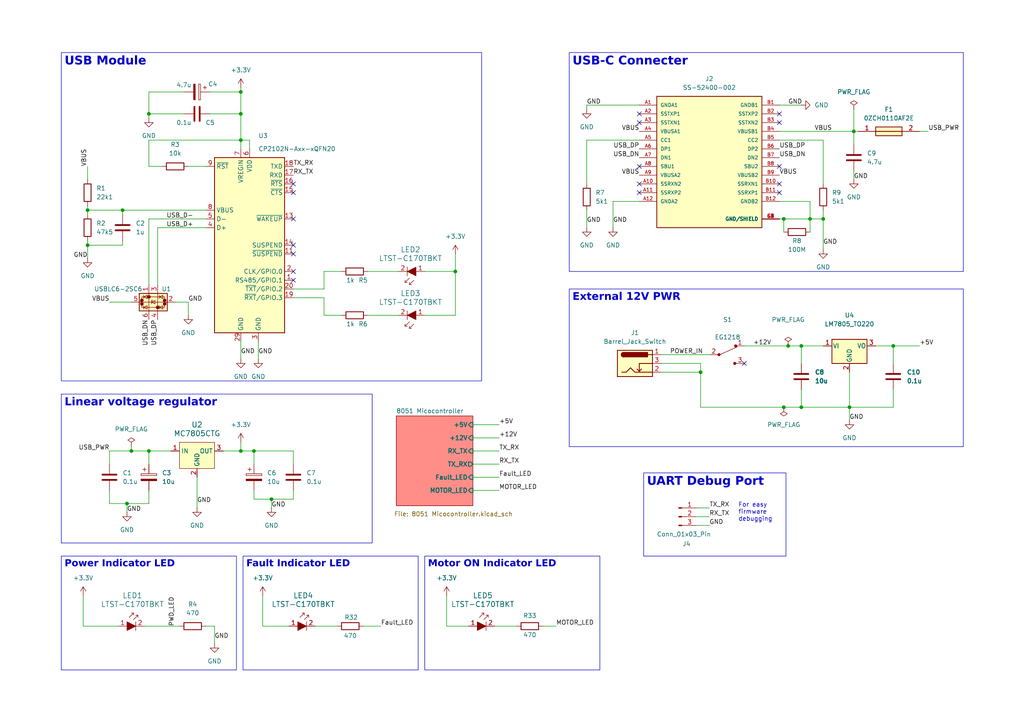
<source format=kicad_sch>
(kicad_sch (version 20250114) (generator "eeschema") (generator_version "9.0")
  (paper "A4")
  (title_block (title "Motor Health Monitoring System") (date "2026-01-7") (company "YUKESH S 2024104010"))
  (lib_symbols
    (symbol "0ZCH0110AF2E:0ZCH0110AF2E" (pin_names (hide yes))
      (property "Reference" "F" (at 13.97 6.35 0))
      (property "Value" "0ZCH0110AF2E" (at 13.97 3.81 0))
      (symbol "0ZCH0110AF2E_1_1"
        (rectangle (start 5.08 1.27) (end 12.7 -1.27) (stroke (width 0.254)) (fill (type background)))
        (polyline (pts (xy 5.08 0) (xy 12.7 0)) (stroke (width 0.254)))
        (pin passive line (at 0 0 0) (length 5.08) (name "1") (number "1"))
        (pin passive line (at 17.78 0 180) (length 5.08) (name "2") (number "2"))
      )
    )
    (symbol "Connector:Barrel_Jack_Switch" (pin_names (hide yes))
      (property "Reference" "J" (at 0 5.334 0))
      (property "Value" "Barrel_Jack_Switch" (at 0 -5.08 0))
      (symbol "Barrel_Jack_Switch_0_1"
        (rectangle (start -5.08 3.81) (end 5.08 -3.81) (stroke (width 0.254)) (fill (type background)))
        (polyline (pts (xy -3.81 -2.54) (xy -2.54 -2.54) (xy -1.27 -1.27) (xy 0 -2.54) (xy 2.54 -2.54) (xy 5.08 -2.54)) (stroke (width 0.254)))
        (arc (start -3.302 1.905) (mid -3.9343 2.54) (end -3.302 3.175) (stroke (width 0.254)))
        (arc (start -3.302 1.905) (mid -3.9343 2.54) (end -3.302 3.175) (stroke (width 0.254)) (fill (type outline)))
        (polyline (pts (xy 1.27 -2.286) (xy 1.905 -1.651)) (stroke (width 0.254)))
        (rectangle (start 3.683 3.175) (end -3.302 1.905) (stroke (width 0.254)) (fill (type outline)))
        (polyline (pts (xy 5.08 2.54) (xy 3.81 2.54)) (stroke (width 0.254)))
        (polyline (pts (xy 5.08 0) (xy 1.27 0) (xy 1.27 -2.286) (xy 0.635 -1.651)) (stroke (width 0.254)))
      )
      (symbol "Barrel_Jack_Switch_1_1"
        (pin passive line (at 7.62 2.54 180) (length 2.54) (name "~") (number "1"))
        (pin passive line (at 7.62 0 180) (length 2.54) (name "~") (number "3"))
        (pin passive line (at 7.62 -2.54 180) (length 2.54) (name "~") (number "2"))
      )
    )
    (symbol "Connector:Conn_01x03_Pin" (pin_names (offset 1.016) (hide yes))
      (property "Reference" "J" (at 0 5.08 0))
      (property "Value" "Conn_01x03_Pin" (at 0 -5.08 0))
      (symbol "Conn_01x03_Pin_1_1"
        (rectangle (start 0.8636 2.667) (end 0 2.413) (stroke (width 0.1524)) (fill (type outline)))
        (rectangle (start 0.8636 0.127) (end 0 -0.127) (stroke (width 0.1524)) (fill (type outline)))
        (rectangle (start 0.8636 -2.413) (end 0 -2.667) (stroke (width 0.1524)) (fill (type outline)))
        (polyline (pts (xy 1.27 2.54) (xy 0.8636 2.54)) (stroke (width 0.1524)))
        (polyline (pts (xy 1.27 0) (xy 0.8636 0)) (stroke (width 0.1524)))
        (polyline (pts (xy 1.27 -2.54) (xy 0.8636 -2.54)) (stroke (width 0.1524)))
        (pin passive line (at 5.08 2.54 180) (length 3.81) (name "Pin_1") (number "1"))
        (pin passive line (at 5.08 0 180) (length 3.81) (name "Pin_2") (number "2"))
        (pin passive line (at 5.08 -2.54 180) (length 3.81) (name "Pin_3") (number "3"))
      )
    )
    (symbol "Device:C" (pin_numbers (hide yes)) (pin_names (offset 0.254))
      (property "Reference" "C" (at 0.635 2.54 0))
      (property "Value" "C" (at 0.635 -2.54 0))
      (symbol "C_0_1"
        (polyline (pts (xy -2.032 0.762) (xy 2.032 0.762)) (stroke (width 0.508)))
        (polyline (pts (xy -2.032 -0.762) (xy 2.032 -0.762)) (stroke (width 0.508)))
      )
      (symbol "C_1_1"
        (pin passive line (at 0 3.81 270) (length 2.794) (name "~") (number "1"))
        (pin passive line (at 0 -3.81 90) (length 2.794) (name "~") (number "2"))
      )
    )
    (symbol "Device:C_Polarized" (pin_numbers (hide yes)) (pin_names (offset 0.254))
      (property "Reference" "C" (at 0.635 2.54 0))
      (property "Value" "C_Polarized" (at 0.635 -2.54 0))
      (symbol "C_Polarized_0_1"
        (rectangle (start -2.286 0.508) (end 2.286 1.016))
        (polyline (pts (xy -1.778 2.286) (xy -0.762 2.286)))
        (polyline (pts (xy -1.27 2.794) (xy -1.27 1.778)))
        (rectangle (start 2.286 -0.508) (end -2.286 -1.016) (fill (type outline)))
      )
      (symbol "C_Polarized_1_1"
        (pin passive line (at 0 3.81 270) (length 2.794) (name "~") (number "1"))
        (pin passive line (at 0 -3.81 90) (length 2.794) (name "~") (number "2"))
      )
    )
    (symbol "Device:R" (pin_numbers (hide yes)) (pin_names (offset 0))
      (property "Reference" "R" (at 2.032 0 90))
      (property "Value" "R" (at 0 0 90))
      (symbol "R_0_1"
        (rectangle (start -1.016 -2.54) (end 1.016 2.54) (stroke (width 0.254)))
      )
      (symbol "R_1_1"
        (pin passive line (at 0 3.81 270) (length 1.27) (name "~") (number "1"))
        (pin passive line (at 0 -3.81 90) (length 1.27) (name "~") (number "2"))
      )
    )
    (symbol "Interface_USB:CP2102N-Axx-xQFN20"
      (property "Reference" "U3" (at 2.54 31.75 0))
      (property "Value" "CP2102N-Axx-xQFN20" (at 2.54 27.94 0))
      (symbol "CP2102N-Axx-xQFN20_0_1"
        (rectangle (start -10.16 25.4) (end 10.16 -25.4) (stroke (width 0.254)) (fill (type background)))
      )
      (symbol "CP2102N-Axx-xQFN20_1_1"
        (pin input line (at -12.7 22.86 0) (length 2.54) (name "~{RST}") (number "9"))
        (pin input line (at -12.7 10.16 0) (length 2.54) (name "VBUS") (number "8"))
        (pin bidirectional line (at -12.7 7.62 0) (length 2.54) (name "D-") (number "5"))
        (pin bidirectional line (at -12.7 5.08 0) (length 2.54) (name "D+") (number "4"))
        (pin no_connect line (at -10.16 -22.86 0) (length 2.54) (hide yes) (name "NC") (number "10"))
        (pin power_in line (at -2.54 27.94 270) (length 2.54) (name "VREGIN") (number "7"))
        (pin passive line (at -2.54 -27.94 90) (length 2.54) (hide yes) (name "GND") (number "12"))
        (pin power_in line (at -2.54 -27.94 90) (length 2.54) (name "GND") (number "29"))
        (pin power_in line (at 0 27.94 270) (length 2.54) (name "VDD") (number "6"))
        (pin passive line (at 2.54 -27.94 90) (length 2.54) (hide yes) (name "GND") (number "21"))
        (pin power_in line (at 2.54 -27.94 90) (length 2.54) (name "GND") (number "3"))
        (pin output line (at 12.7 22.86 180) (length 2.54) (name "TXD") (number "18"))
        (pin input line (at 12.7 20.32 180) (length 2.54) (name "RXD") (number "17"))
        (pin output line (at 12.7 17.78 180) (length 2.54) (name "~{RTS}") (number "16"))
        (pin input line (at 12.7 15.24 180) (length 2.54) (name "~{CTS}") (number "15"))
        (pin input line (at 12.7 7.62 180) (length 2.54) (name "~{WAKEUP}") (number "13"))
        (pin output line (at 12.7 0 180) (length 2.54) (name "SUSPEND") (number "14"))
        (pin output line (at 12.7 -2.54 180) (length 2.54) (name "~{SUSPEND}") (number "11"))
        (pin bidirectional line (at 12.7 -7.62 180) (length 2.54) (name "CLK/GPIO.0") (number "2"))
        (pin bidirectional line (at 12.7 -10.16 180) (length 2.54) (name "RS485/GPIO.1") (number "1"))
        (pin bidirectional line (at 12.7 -12.7 180) (length 2.54) (name "~{TXT}/GPIO.2") (number "20"))
        (pin bidirectional line (at 12.7 -15.24 180) (length 2.54) (name "~{RXT}/GPIO.3") (number "19"))
      )
    )
    (symbol "Power_Protection:USBLC6-2SC6" (pin_names (hide yes))
      (property "Reference" "U" (at 0.635 5.715 0))
      (property "Value" "USBLC6-2SC6" (at 0.635 3.81 0))
      (symbol "USBLC6-2SC6_0_0"
        (circle (center -1.524 0) (radius 0.0001) (stroke (width 0.508)))
        (circle (center -0.508 2.032) (radius 0.0001) (stroke (width 0.508)))
        (circle (center -0.508 -4.572) (radius 0.0001) (stroke (width 0.508)))
        (circle (center 0.508 2.032) (radius 0.0001) (stroke (width 0.508)))
        (circle (center 0.508 -4.572) (radius 0.0001) (stroke (width 0.508)))
        (circle (center 1.524 -2.54) (radius 0.0001) (stroke (width 0.508)))
      )
      (symbol "USBLC6-2SC6_0_1"
        (polyline (pts (xy -2.54 0) (xy 2.54 0)))
        (polyline (pts (xy -2.54 -2.54) (xy 2.54 -2.54)))
        (polyline (pts (xy -2.032 0.508) (xy -1.016 0.508) (xy -1.524 1.524) (xy -2.032 0.508)))
        (polyline (pts (xy -2.032 -3.048) (xy -1.016 -3.048)))
        (polyline (pts (xy -1.016 1.524) (xy -2.032 1.524)))
        (polyline (pts (xy -1.016 -4.064) (xy -2.032 -4.064) (xy -1.524 -3.048) (xy -1.016 -4.064)))
        (polyline (pts (xy -0.508 -1.143) (xy -0.508 -0.762) (xy 0.508 -0.762)))
        (polyline (pts (xy 0 2.54) (xy -0.508 2.032) (xy 0.508 2.032) (xy 0 1.524) (xy 0 -4.064) (xy -0.508 -4.572) (xy 0.508 -4.572) (xy 0 -5.08)))
        (polyline (pts (xy 0.508 -1.778) (xy -0.508 -1.778) (xy 0 -0.762) (xy 0.508 -1.778)))
        (polyline (pts (xy 1.016 1.524) (xy 2.032 1.524)))
        (polyline (pts (xy 1.016 -3.048) (xy 2.032 -3.048)))
        (polyline (pts (xy 2.032 0.508) (xy 1.016 0.508) (xy 1.524 1.524) (xy 2.032 0.508)))
        (polyline (pts (xy 2.032 -4.064) (xy 1.016 -4.064) (xy 1.524 -3.048) (xy 2.032 -4.064)))
      )
      (symbol "USBLC6-2SC6_1_1"
        (rectangle (start -2.54 2.794) (end 2.54 -5.334) (stroke (width 0.254)) (fill (type background)))
        (polyline (pts (xy -0.508 2.032) (xy -1.524 2.032) (xy -1.524 -4.572) (xy -0.508 -4.572)))
        (polyline (pts (xy 0.508 -4.572) (xy 1.524 -4.572) (xy 1.524 2.032) (xy 0.508 2.032)))
        (pin passive line (at -5.08 0 0) (length 2.54) (name "I/O1") (number "1"))
        (pin passive line (at -5.08 -2.54 0) (length 2.54) (name "I/O2") (number "3"))
        (pin passive line (at 0 5.08 270) (length 2.54) (name "VBUS") (number "5"))
        (pin passive line (at 0 -7.62 90) (length 2.54) (name "GND") (number "2"))
        (pin passive line (at 5.08 0 180) (length 2.54) (name "I/O1") (number "6"))
        (pin passive line (at 5.08 -2.54 180) (length 2.54) (name "I/O2") (number "4"))
      )
    )
    (symbol "Regulator_Linear:LM7805_TO220" (pin_names (offset 0.254))
      (property "Reference" "U" (at -3.81 3.175 0))
      (property "Value" "LM7805_TO220" (at 0 3.175 0))
      (symbol "LM7805_TO220_0_1"
        (rectangle (start -5.08 1.905) (end 5.08 -5.08) (stroke (width 0.254)) (fill (type background)))
      )
      (symbol "LM7805_TO220_1_1"
        (pin power_in line (at -7.62 0 0) (length 2.54) (name "VI") (number "1"))
        (pin power_in line (at 0 -7.62 90) (length 2.54) (name "GND") (number "2"))
        (pin power_out line (at 7.62 0 180) (length 2.54) (name "VO") (number "3"))
      )
    )
    (symbol "SS-52400-002:SS-52400-002" (pin_names (offset 1.016))
      (property "Reference" "J" (at -15.24 19.05 0))
      (property "Value" "SS-52400-002" (at -15.24 -22.86 0))
      (symbol "SS-52400-002_0_0"
        (rectangle (start -15.24 -20.32) (end 15.24 17.78) (stroke (width 0.254)) (fill (type background)))
        (pin power_in line (at -20.32 15.24 0) (length 5.08) (name "GNDA1") (number "A1"))
        (pin bidirectional line (at -20.32 12.7 0) (length 5.08) (name "SSTXP1") (number "A2"))
        (pin bidirectional line (at -20.32 10.16 0) (length 5.08) (name "SSTXN1") (number "A3"))
        (pin power_in line (at -20.32 7.62 0) (length 5.08) (name "VBUSA1") (number "A4"))
        (pin bidirectional line (at -20.32 5.08 0) (length 5.08) (name "CC1") (number "A5"))
        (pin bidirectional line (at -20.32 2.54 0) (length 5.08) (name "DP1") (number "A6"))
        (pin bidirectional line (at -20.32 0 0) (length 5.08) (name "DN1") (number "A7"))
        (pin bidirectional line (at -20.32 -2.54 0) (length 5.08) (name "SBU1") (number "A8"))
        (pin power_in line (at -20.32 -5.08 0) (length 5.08) (name "VBUSA2") (number "A9"))
        (pin bidirectional line (at -20.32 -7.62 0) (length 5.08) (name "SSRXN2") (number "A10"))
        (pin bidirectional line (at -20.32 -10.16 0) (length 5.08) (name "SSRXP2") (number "A11"))
        (pin power_in line (at -20.32 -12.7 0) (length 5.08) (name "GNDA2") (number "A12"))
        (pin power_in line (at 20.32 15.24 180) (length 5.08) (name "GNDB1") (number "B1"))
        (pin bidirectional line (at 20.32 12.7 180) (length 5.08) (name "SSTXP2") (number "B2"))
        (pin bidirectional line (at 20.32 10.16 180) (length 5.08) (name "SSTXN2") (number "B3"))
        (pin power_in line (at 20.32 7.62 180) (length 5.08) (name "VBUSB1") (number "B4"))
        (pin bidirectional line (at 20.32 5.08 180) (length 5.08) (name "CC2") (number "B5"))
        (pin bidirectional line (at 20.32 2.54 180) (length 5.08) (name "DP2") (number "B6"))
        (pin bidirectional line (at 20.32 0 180) (length 5.08) (name "DN2") (number "B7"))
        (pin bidirectional line (at 20.32 -2.54 180) (length 5.08) (name "SBU2") (number "B8"))
        (pin power_in line (at 20.32 -5.08 180) (length 5.08) (name "VBUSB2") (number "B9"))
        (pin bidirectional line (at 20.32 -7.62 180) (length 5.08) (name "SSRXN1") (number "B10"))
        (pin bidirectional line (at 20.32 -10.16 180) (length 5.08) (name "SSRXP1") (number "B11"))
        (pin power_in line (at 20.32 -12.7 180) (length 5.08) (name "GNDB2") (number "B12"))
        (pin power_in line (at 20.32 -17.78 180) (length 5.08) (name "GND/SHIELD") (number "G1"))
        (pin power_in line (at 20.32 -17.78 180) (length 5.08) (name "GND/SHIELD") (number "G2"))
        (pin power_in line (at 20.32 -17.78 180) (length 5.08) (name "GND/SHIELD") (number "G3"))
        (pin power_in line (at 20.32 -17.78 180) (length 5.08) (name "GND/SHIELD") (number "G4"))
        (pin power_in line (at 20.32 -17.78 180) (length 5.08) (name "GND/SHIELD") (number "S1"))
        (pin power_in line (at 20.32 -17.78 180) (length 5.08) (name "GND/SHIELD") (number "S2"))
        (pin power_in line (at 20.32 -17.78 180) (length 5.08) (name "GND/SHIELD") (number "S3"))
        (pin power_in line (at 20.32 -17.78 180) (length 5.08) (name "GND/SHIELD") (number "S4"))
      )
    )
    (symbol "dk_LED-Indication-Discrete:LTST-C170TBKT" (pin_names (offset 0))
      (property "Reference" "D" (at -3.81 2.54 0))
      (property "Value" "LTST-C170TBKT" (at 0 -3.81 0))
      (symbol "LTST-C170TBKT_0_1"
        (polyline (pts (xy -2.54 1.27) (xy -2.54 -1.27) (xy 0 0) (xy -2.54 1.27)) (fill (type outline)))
        (polyline (pts (xy -1.27 3.81) (xy -0.635 3.81) (xy -0.635 3.175)))
        (polyline (pts (xy -0.635 3.81) (xy -1.905 2.54)))
        (polyline (pts (xy 0 3.175) (xy 0.635 3.175) (xy 0.635 2.54)))
        (polyline (pts (xy 0 1.27) (xy 0 -1.27)))
        (polyline (pts (xy 0.635 3.175) (xy -0.635 1.905)))
      )
      (symbol "LTST-C170TBKT_1_1"
        (pin passive line (at -5.08 0 0) (length 2.54) (name "~") (number "1"))
        (pin passive line (at 2.54 0 180) (length 2.54) (name "~") (number "2"))
      )
    )
    (symbol "dk_PMIC-Voltage-Regulators-Linear:MC7805CTG"
      (property "Reference" "U" (at 0 3.81 0))
      (property "Value" "MC7805CTG" (at 0 6.35 0))
      (symbol "MC7805CTG_0_1"
        (rectangle (start -5.08 2.54) (end 5.08 -5.08) (fill (type background)))
      )
      (symbol "MC7805CTG_1_1"
        (pin power_in line (at -7.62 0 0) (length 2.54) (name "IN") (number "1"))
        (pin power_in line (at 0 -7.62 90) (length 2.54) (name "GND") (number "2"))
        (pin power_out line (at 7.62 0 180) (length 2.54) (name "OUT") (number "3"))
      )
    )
    (symbol "dk_Slide-Switches:EG1218" (pin_names (offset 0))
      (property "Reference" "S" (at -3.81 2.286 0))
      (property "Value" "EG1218" (at 0 -5.334 0))
      (symbol "EG1218_0_1"
        (circle (center -2.286 0) (radius 0.3556) (fill (type outline)))
        (polyline (pts (xy -2.032 0) (xy 3.048 2.286)))
        (circle (center 2.286 -2.54) (radius 0.3556) (fill (type outline)))
        (circle (center 2.54 2.54) (radius 0.3556) (fill (type outline)))
      )
      (symbol "EG1218_1_1"
        (pin passive line (at -5.08 0 0) (length 2.54) (name "~") (number "2"))
        (pin passive line (at 5.08 2.54 180) (length 2.54) (name "~") (number "1"))
        (pin passive line (at 5.08 -2.54 180) (length 2.54) (name "~") (number "3"))
      )
    )
    (symbol "power:+3.3V" (power) (pin_numbers (hide yes)) (pin_names (offset 0) (hide yes))
      (property "Value" "+3.3V" (at 0 3.556 0))
      (symbol "+3.3V_0_1"
        (polyline (pts (xy -0.762 1.27) (xy 0 2.54)))
        (polyline (pts (xy 0 2.54) (xy 0.762 1.27)))
        (polyline (pts (xy 0 0) (xy 0 2.54)))
      )
      (symbol "+3.3V_1_1"
        (pin power_in line (at 0 0 90) (length 0) (name "~") (number "1"))
      )
    )
    (symbol "power:GND" (power) (pin_numbers (hide yes)) (pin_names (offset 0) (hide yes))
      (property "Value" "GND" (at 0 -3.81 0))
      (symbol "GND_0_1"
        (polyline (pts (xy 0 0) (xy 0 -1.27) (xy 1.27 -1.27) (xy 0 -2.54) (xy -1.27 -1.27) (xy 0 -1.27)))
      )
      (symbol "GND_1_1"
        (pin power_in line (at 0 0 270) (length 0) (name "~") (number "1"))
      )
    )
    (symbol "power:PWR_FLAG" (power) (pin_numbers (hide yes)) (pin_names (offset 0) (hide yes))
      (property "Value" "PWR_FLAG" (at 0 3.81 0))
      (symbol "PWR_FLAG_0_0"
        (pin power_out line (at 0 0 90) (length 0) (name "~") (number "1"))
      )
      (symbol "PWR_FLAG_0_1"
        (polyline (pts (xy 0 0) (xy 0 1.27) (xy -1.016 1.905) (xy 0 2.54) (xy 1.016 1.905) (xy 0 1.27)))
      )
    )
  )
  (text "For easy\nfirmware\ndebugging" (at 214.122 148.59 0) (effects (font (size 1.27 1.27)) (justify left)))
  (text_box "Power Indicator LED" (at 17.78 161.29 0) (size 50.8 33.02) (margins 0.9525 0.9525 0.9525 0.9525) (effects (font (size 2 2) (bold yes)) (justify left top)))
  (text_box "Motor ON Indicator LED" (at 123.19 161.29 0) (size 50.8 33.02) (margins 0.9525 0.9525 0.9525 0.9525) (effects (font (size 2 2) (bold yes)) (justify left top)))
  (text_box "Fault Indicator LED" (at 70.485 161.29 0) (size 50.8 33.02) (margins 0.9525 0.9525 0.9525 0.9525) (effects (font (size 2 2) (bold yes)) (justify left top)))
  (text_box "USB Module" (at 17.78 15.24 0) (size 121.92 95.25) (margins 0.9525 0.9525 0.9525 0.9525) (effects (font (size 2.5 2.5) (bold yes)) (justify left top)))
  (text_box "USB-C Connecter" (at 165.1 15.24 0) (size 114.3 63.5) (margins 0.9525 0.9525 0.9525 0.9525) (effects (font (size 2.5 2.5) (bold yes)) (justify left top)))
  (text_box "External 12V PWR" (at 165.1 83.82 0) (size 114.3 45.72) (margins 0.9525 0.9525 0.9525 0.9525) (effects (font (size 2.2 2.2) (bold yes)) (justify left top)))
  (text_box "UART Debug Port" (at 186.69 137.16 0) (size 41.275 24.13) (margins 0.9525 0.9525 0.9525 0.9525) (effects (font (size 2.5 2.5) (bold yes)) (justify left top)))
  (text_box "Linear voltage regulator" (at 17.78 114.3 0) (size 90.17 43.18) (margins 0.9525 0.9525 0.9525 0.9525) (effects (font (size 2.3 2.3) (thickness 0.254) (bold yes)) (justify left top)))
  (junction (at 238.76 63.5))
  (junction (at 232.41 118.11))
  (junction (at 25.4 60.96))
  (junction (at 36.83 146.05))
  (junction (at 43.18 130.81))
  (junction (at 247.65 38.1))
  (junction (at 78.74 144.78))
  (junction (at 259.08 100.33))
  (junction (at 203.2 107.95))
  (junction (at 69.85 33.02))
  (junction (at 227.33 118.11))
  (junction (at 246.38 118.11))
  (junction (at 43.18 33.02))
  (junction (at 132.08 78.74))
  (junction (at 35.56 60.96))
  (junction (at 38.1 130.81))
  (junction (at 69.85 130.81))
  (junction (at 232.41 100.33))
  (junction (at 73.66 130.81))
  (junction (at 234.95 63.5))
  (junction (at 69.85 40.64))
  (junction (at 69.85 26.67))
  (junction (at 25.4 71.12))
  (junction (at 228.6 100.33))
  (junction (at 227.33 63.5))
  (no_connect (at 85.09 53.34))
  (no_connect (at 185.42 33.02))
  (no_connect (at 226.06 33.02))
  (no_connect (at 185.42 55.88))
  (no_connect (at 226.06 48.26))
  (no_connect (at 226.06 55.88))
  (no_connect (at 215.9 105.41))
  (no_connect (at 85.09 78.74))
  (no_connect (at 85.09 63.5))
  (no_connect (at 85.09 73.66))
  (no_connect (at 185.42 35.56))
  (no_connect (at 226.06 53.34))
  (no_connect (at 185.42 48.26))
  (no_connect (at 85.09 55.88))
  (no_connect (at 185.42 53.34))
  (no_connect (at 85.09 81.28))
  (no_connect (at 85.09 71.12))
  (no_connect (at 226.06 35.56))
  (wire (pts (xy 38.1 130.81) (xy 43.18 130.81)))
  (wire (pts (xy 170.18 30.48) (xy 170.18 31.75)))
  (wire (pts (xy 43.18 130.81) (xy 49.53 130.81)))
  (wire (pts (xy 269.24 38.1) (xy 266.7 38.1)))
  (wire (pts (xy 259.08 100.33) (xy 259.08 105.41)))
  (wire (pts (xy 78.74 144.78) (xy 85.09 144.78)))
  (wire (pts (xy 157.48 181.61) (xy 161.29 181.61)))
  (wire (pts (xy 137.16 123.19) (xy 144.78 123.19)))
  (wire (pts (xy 129.54 181.61) (xy 135.89 181.61)))
  (wire (pts (xy 25.4 59.69) (xy 25.4 60.96)))
  (wire (pts (xy 93.98 91.44) (xy 93.98 86.36)))
  (wire (pts (xy 93.98 86.36) (xy 85.09 86.36)))
  (wire (pts (xy 227.33 118.11) (xy 232.41 118.11)))
  (wire (pts (xy 226.06 58.42) (xy 234.95 58.42)))
  (wire (pts (xy 43.18 130.81) (xy 43.18 134.62)))
  (wire (pts (xy 238.76 40.64) (xy 238.76 53.34)))
  (wire (pts (xy 185.42 30.48) (xy 170.18 30.48)))
  (wire (pts (xy 25.4 71.12) (xy 35.56 71.12)))
  (wire (pts (xy 137.16 142.24) (xy 144.78 142.24)))
  (wire (pts (xy 201.93 149.86) (xy 205.74 149.86)))
  (wire (pts (xy 25.4 69.85) (xy 25.4 71.12)))
  (wire (pts (xy 41.91 181.61) (xy 52.07 181.61)))
  (wire (pts (xy 73.66 130.81) (xy 85.09 130.81)))
  (wire (pts (xy 170.18 40.64) (xy 170.18 53.34)))
  (wire (pts (xy 43.18 146.05) (xy 43.18 142.24)))
  (wire (pts (xy 247.65 49.53) (xy 247.65 52.07)))
  (wire (pts (xy 170.18 60.96) (xy 170.18 66.04)))
  (wire (pts (xy 69.85 128.27) (xy 69.85 130.81)))
  (wire (pts (xy 69.85 40.64) (xy 69.85 43.18)))
  (wire (pts (xy 72.39 43.18) (xy 72.39 40.64)))
  (wire (pts (xy 247.65 31.75) (xy 247.65 38.1)))
  (wire (pts (xy 25.4 60.96) (xy 25.4 62.23)))
  (wire (pts (xy 123.19 91.44) (xy 132.08 91.44)))
  (wire (pts (xy 36.83 146.05) (xy 43.18 146.05)))
  (wire (pts (xy 35.56 69.85) (xy 35.56 71.12)))
  (wire (pts (xy 143.51 181.61) (xy 149.86 181.61)))
  (wire (pts (xy 99.06 91.44) (xy 93.98 91.44)))
  (wire (pts (xy 227.33 63.5) (xy 234.95 63.5)))
  (wire (pts (xy 106.68 78.74) (xy 115.57 78.74)))
  (wire (pts (xy 36.83 146.05) (xy 36.83 148.59)))
  (wire (pts (xy 60.96 33.02) (xy 69.85 33.02)))
  (wire (pts (xy 228.6 100.33) (xy 232.41 100.33)))
  (wire (pts (xy 247.65 38.1) (xy 247.65 41.91)))
  (wire (pts (xy 123.19 78.74) (xy 132.08 78.74)))
  (wire (pts (xy 106.68 91.44) (xy 115.57 91.44)))
  (wire (pts (xy 50.8 87.63) (xy 54.61 87.63)))
  (wire (pts (xy 24.13 181.61) (xy 34.29 181.61)))
  (wire (pts (xy 85.09 130.81) (xy 85.09 134.62)))
  (wire (pts (xy 60.96 26.67) (xy 69.85 26.67)))
  (wire (pts (xy 62.23 181.61) (xy 62.23 186.69)))
  (wire (pts (xy 43.18 82.55) (xy 43.18 63.5)))
  (wire (pts (xy 234.95 63.5) (xy 238.76 63.5)))
  (wire (pts (xy 59.69 66.04) (xy 45.72 66.04)))
  (wire (pts (xy 72.39 40.64) (xy 69.85 40.64)))
  (wire (pts (xy 259.08 113.03) (xy 259.08 118.11)))
  (wire (pts (xy 69.85 33.02) (xy 69.85 40.64)))
  (wire (pts (xy 59.69 181.61) (xy 62.23 181.61)))
  (wire (pts (xy 85.09 144.78) (xy 85.09 142.24)))
  (wire (pts (xy 177.8 58.42) (xy 177.8 66.04)))
  (wire (pts (xy 45.72 66.04) (xy 45.72 82.55)))
  (wire (pts (xy 191.77 105.41) (xy 203.2 105.41)))
  (wire (pts (xy 31.75 146.05) (xy 36.83 146.05)))
  (wire (pts (xy 54.61 48.26) (xy 59.69 48.26)))
  (wire (pts (xy 43.18 26.67) (xy 43.18 33.02)))
  (wire (pts (xy 232.41 100.33) (xy 238.76 100.33)))
  (wire (pts (xy 76.2 181.61) (xy 83.82 181.61)))
  (wire (pts (xy 43.18 33.02) (xy 43.18 34.29)))
  (wire (pts (xy 254 100.33) (xy 259.08 100.33)))
  (wire (pts (xy 25.4 71.12) (xy 25.4 74.93)))
  (wire (pts (xy 93.98 78.74) (xy 99.06 78.74)))
  (wire (pts (xy 137.16 130.81) (xy 144.78 130.81)))
  (wire (pts (xy 24.13 172.72) (xy 24.13 181.61)))
  (wire (pts (xy 201.93 152.4) (xy 205.74 152.4)))
  (wire (pts (xy 25.4 60.96) (xy 35.56 60.96)))
  (wire (pts (xy 35.56 60.96) (xy 59.69 60.96)))
  (wire (pts (xy 35.56 60.96) (xy 35.56 62.23)))
  (wire (pts (xy 31.75 142.24) (xy 31.75 146.05)))
  (wire (pts (xy 203.2 107.95) (xy 203.2 118.11)))
  (wire (pts (xy 69.85 130.81) (xy 73.66 130.81)))
  (wire (pts (xy 57.15 138.43) (xy 57.15 147.32)))
  (wire (pts (xy 185.42 58.42) (xy 177.8 58.42)))
  (wire (pts (xy 64.77 130.81) (xy 69.85 130.81)))
  (wire (pts (xy 129.54 172.72) (xy 129.54 181.61)))
  (wire (pts (xy 232.41 100.33) (xy 232.41 105.41)))
  (wire (pts (xy 132.08 78.74) (xy 132.08 91.44)))
  (wire (pts (xy 74.93 99.06) (xy 74.93 104.14)))
  (wire (pts (xy 246.38 118.11) (xy 259.08 118.11)))
  (wire (pts (xy 73.66 144.78) (xy 78.74 144.78)))
  (wire (pts (xy 238.76 60.96) (xy 238.76 63.5)))
  (wire (pts (xy 91.44 181.61) (xy 97.79 181.61)))
  (wire (pts (xy 226.06 38.1) (xy 247.65 38.1)))
  (wire (pts (xy 232.41 113.03) (xy 232.41 118.11)))
  (wire (pts (xy 191.77 107.95) (xy 203.2 107.95)))
  (wire (pts (xy 215.9 100.33) (xy 228.6 100.33)))
  (wire (pts (xy 69.85 26.67) (xy 69.85 33.02)))
  (wire (pts (xy 246.38 107.95) (xy 246.38 118.11)))
  (wire (pts (xy 226.06 40.64) (xy 238.76 40.64)))
  (wire (pts (xy 234.95 63.5) (xy 234.95 67.31)))
  (wire (pts (xy 78.74 144.78) (xy 78.74 147.32)))
  (wire (pts (xy 226.06 63.5) (xy 227.33 63.5)))
  (wire (pts (xy 232.41 118.11) (xy 246.38 118.11)))
  (wire (pts (xy 93.98 78.74) (xy 93.98 83.82)))
  (wire (pts (xy 227.33 63.5) (xy 227.33 67.31)))
  (wire (pts (xy 93.98 83.82) (xy 85.09 83.82)))
  (wire (pts (xy 69.85 25.4) (xy 69.85 26.67)))
  (wire (pts (xy 185.42 40.64) (xy 170.18 40.64)))
  (wire (pts (xy 137.16 138.43) (xy 144.78 138.43)))
  (wire (pts (xy 201.93 147.32) (xy 205.74 147.32)))
  (wire (pts (xy 203.2 118.11) (xy 227.33 118.11)))
  (wire (pts (xy 73.66 130.81) (xy 73.66 134.62)))
  (wire (pts (xy 38.1 87.63) (xy 31.75 87.63)))
  (wire (pts (xy 43.18 63.5) (xy 59.69 63.5)))
  (wire (pts (xy 203.2 105.41) (xy 203.2 107.95)))
  (wire (pts (xy 69.85 99.06) (xy 69.85 104.14)))
  (wire (pts (xy 54.61 87.63) (xy 54.61 91.44)))
  (wire (pts (xy 25.4 48.26) (xy 25.4 52.07)))
  (wire (pts (xy 43.18 40.64) (xy 69.85 40.64)))
  (wire (pts (xy 137.16 127) (xy 144.78 127)))
  (wire (pts (xy 43.18 48.26) (xy 43.18 40.64)))
  (wire (pts (xy 234.95 58.42) (xy 234.95 63.5)))
  (wire (pts (xy 53.34 33.02) (xy 43.18 33.02)))
  (wire (pts (xy 46.99 48.26) (xy 43.18 48.26)))
  (wire (pts (xy 232.41 30.48) (xy 226.06 30.48)))
  (wire (pts (xy 73.66 142.24) (xy 73.66 144.78)))
  (wire (pts (xy 53.34 26.67) (xy 43.18 26.67)))
  (wire (pts (xy 76.2 172.72) (xy 76.2 181.61)))
  (wire (pts (xy 132.08 73.66) (xy 132.08 78.74)))
  (wire (pts (xy 259.08 100.33) (xy 266.7 100.33)))
  (wire (pts (xy 246.38 118.11) (xy 246.38 121.92)))
  (wire (pts (xy 191.77 102.87) (xy 205.74 102.87)))
  (wire (pts (xy 31.75 134.62) (xy 31.75 130.81)))
  (wire (pts (xy 31.75 130.81) (xy 38.1 130.81)))
  (wire (pts (xy 238.76 63.5) (xy 238.76 72.39)))
  (wire (pts (xy 105.41 181.61) (xy 110.49 181.61)))
  (wire (pts (xy 137.16 134.62) (xy 144.78 134.62)))
  (wire (pts (xy 247.65 38.1) (xy 248.92 38.1)))
  (wire (pts (xy 38.1 129.54) (xy 38.1 130.81)))
  (label "GND" (at 246.38 121.92 0))
  (label "MOTOR_LED" (at 144.78 142.24 0))
  (label "MOTOR_LED" (at 161.29 181.61 0))
  (label "VBUS" (at 185.42 50.8 180))
  (label "PWD_LED" (at 50.8 181.61 90))
  (label "RX_TX" (at 85.09 50.8 0))
  (label "USB_PWR" (at 31.75 130.81 180))
  (label "GND" (at 62.23 185.42 0))
  (label "GND" (at 177.8 64.77 0))
  (label "GND" (at 205.74 152.4 0))
  (label "VBUS" (at 226.06 50.8 0))
  (label "TX_RX" (at 205.74 147.32 0))
  (label "GND" (at 170.18 64.77 0))
  (label "GND" (at 78.74 147.32 0))
  (label "USB_DN" (at 185.42 45.72 180))
  (label "GND" (at 36.83 148.59 0))
  (label "GND" (at 54.61 87.63 0))
  (label "GND" (at 238.76 71.12 0))
  (label "GND" (at 228.6 30.48 0))
  (label "USB_DP" (at 226.06 43.18 0))
  (label "USB_PWR" (at 269.24 38.1 0))
  (label "USB_DN" (at 226.06 45.72 0))
  (label "Fault_LED" (at 110.49 181.61 0))
  (label "USB_DP" (at 45.72 92.71 270))
  (label "TX_RX" (at 85.09 48.26 0))
  (label "TX_RX" (at 144.78 130.81 0))
  (label "VBUS" (at 31.75 87.63 180))
  (label "GND" (at 25.4 74.93 180))
  (label "RX_TX" (at 144.78 134.62 0))
  (label "Fault_LED" (at 144.78 138.43 0))
  (label "USB_DP" (at 185.42 43.18 180))
  (label "GND" (at 247.65 52.07 0))
  (label "RX_TX" (at 205.74 149.86 0))
  (label "POWER_IN" (at 194.31 102.87 0))
  (label "GND" (at 57.15 146.05 0))
  (label "VBUS" (at 25.4 48.26 90))
  (label "USB_D-" (at 48.26 63.5 0))
  (label "VBUS" (at 185.42 38.1 180))
  (label "VBUS" (at 236.22 38.1 0))
  (label "USB_DN" (at 43.18 92.71 270))
  (label "+12V" (at 218.44 100.33 0))
  (label "GND" (at 170.18 30.48 0))
  (label "+5V" (at 266.7 100.33 0))
  (label "GND" (at 69.85 102.87 0))
  (label "+12V" (at 144.78 127 0))
  (label "GND" (at 74.93 102.87 0))
  (label "+5V" (at 144.78 123.19 0))
  (label "USB_D+" (at 48.26 66.04 0))
  (symbol (lib_id "Device:R") (at 102.87 78.74 90) (unit 1)
    (property "Reference" "R5" (at 106.68 81.28 90) (effects (justify left)))
    (property "Value" "1k" (at 102.87 81.28 90) (effects (justify left)))
    (property "Footprint" "Resistor_SMD:R_0805_2012Metric" (effects (hide yes)))
    (property "Description" "Resistor" (effects (hide yes)))
  )
  (symbol (lib_id "power:GND") (at 78.74 147.32 0) (unit 1)
    (property "Reference" "#PWR011" (effects (hide yes)))
    (property "Value" "GND" (at 78.74 152.4 0))
    (property "Description" "Power symbol creates a global label with name \"GND\" , ground" (effects (hide yes)))
  )
  (symbol (lib_id "power:PWR_FLAG") (at 247.65 31.75 0) (unit 1)
    (property "Reference" "#FLG03" (effects (hide yes)))
    (property "Value" "PWR_FLAG" (at 247.65 26.67 0))
    (property "Description" "Special symbol for telling ERC where power comes from" (effects (hide yes)))
  )
  (symbol (lib_id "Device:C") (at 85.09 138.43 0) (unit 1)
    (property "Reference" "C7" (at 88.9 137.1599 0) (effects (justify left)))
    (property "Value" "0.1u" (at 88.9 139.6999 0) (effects (justify left)))
    (property "Footprint" "Capacitor_SMD:C_0805_2012Metric" (effects (hide yes)))
    (property "Description" "Unpolarized capacitor" (effects (hide yes)))
  )
  (symbol (lib_id "dk_LED-Indication-Discrete:LTST-C170TBKT") (at 140.97 181.61 0) (unit 1)
    (property "Reference" "LED5" (at 140.0175 172.72 0) (effects (font (size 1.524 1.524))))
    (property "Value" "LTST-C170TBKT" (at 140.0175 175.26 0) (effects (font (size 1.524 1.524))))
    (property "Footprint" "LED_SMD:LED_0805_2012Metric_Pad1.15x1.40mm_HandSolder" (effects (hide yes)))
    (property "Datasheet" "http://optoelectronics.liteon.com/upload/download/DS-22-99-0226/LTST-C170TBKT.pdf" (effects (hide yes)))
    (property "Description" "LED BLUE CLEAR SMD" (effects (hide yes)))
    (property "Digi-Key_PN" "160-1579-1-ND" (effects (hide yes)))
    (property "MPN" "LTST-C170TBKT" (effects (hide yes)))
    (property "Category" "Optoelectronics" (effects (hide yes)))
    (property "Family" "LED Indication - Discrete" (effects (hide yes)))
    (property "DK_Datasheet_Link" "http://optoelectronics.liteon.com/upload/download/DS-22-99-0226/LTST-C170TBKT.pdf" (effects (hide yes)))
    (property "DK_Detail_Page" "/product-detail/en/lite-on-inc/LTST-C170TBKT/160-1579-1-ND/564889" (effects (hide yes)))
    (property "Description_1" "LED BLUE CLEAR SMD" (effects (hide yes)))
    (property "Manufacturer" "Lite-On Inc." (effects (hide yes)))
    (property "Status" "Active" (effects (hide yes)))
  )
  (symbol (lib_id "Device:C_Polarized") (at 57.15 26.67 270) (unit 1)
    (property "Reference" "C4" (at 61.722 24.384 90))
    (property "Value" "4.7u" (at 53.34 24.638 90))
    (property "Footprint" "Esp-32_sensor_Board004_Footprints:T491A" (effects (hide yes)))
    (property "Description" "Polarized capacitor" (effects (hide yes)))
  )
  (symbol (lib_id "power:GND") (at 232.41 30.48 90) (unit 1)
    (property "Reference" "#PWR017" (effects (hide yes)))
    (property "Value" "GND" (at 236.22 30.4799 90) (effects (justify right)))
    (property "Description" "Power symbol creates a global label with name \"GND\" , ground" (effects (hide yes)))
  )
  (symbol (lib_id "Device:R") (at 238.76 57.15 0) (unit 1)
    (property "Reference" "R9" (at 241.3 55.8799 0) (effects (justify left)))
    (property "Value" "5k1" (at 241.3 58.4199 0) (effects (justify left)))
    (property "Footprint" "Resistor_SMD:R_0805_2012Metric" (effects (hide yes)))
    (property "Description" "Resistor" (effects (hide yes)))
  )
  (symbol (lib_id "Device:R") (at 50.8 48.26 90) (unit 1)
    (property "Reference" "R3" (at 50.8 41.91 90))
    (property "Value" "10k" (at 50.8 44.45 90))
    (property "Footprint" "Resistor_SMD:R_0805_2012Metric" (effects (hide yes)))
    (property "Description" "Resistor" (effects (hide yes)))
  )
  (symbol (lib_id "Device:C") (at 57.15 33.02 90) (unit 1)
    (property "Reference" "C5" (at 60.96 35.56 90))
    (property "Value" "0.1u" (at 53.34 35.56 90))
    (property "Footprint" "Capacitor_SMD:C_0805_2012Metric" (effects (hide yes)))
    (property "Description" "Unpolarized capacitor" (effects (hide yes)))
  )
  (symbol (lib_id "SS-52400-002:SS-52400-002") (at 205.74 45.72 0) (unit 1)
    (property "Reference" "J2" (at 205.74 22.86 0))
    (property "Value" "SS-52400-002" (at 205.74 25.4 0))
    (property "Footprint" "Esp-32_sensor_Board004_Footprints:BELFUSE_SS-52400-002" (effects (hide yes)))
    (property "Description" "USB Connector" (effects (hide yes)))
    (property "MF" "Bel Fuse" (effects (hide yes)))
    (property "MAXIMUM_PACKAGE_HEIGHT" "2.96 mm" (effects (hide yes)))
    (property "Package" "None" (effects (hide yes)))
    (property "Price" "None" (effects (hide yes)))
    (property "Check_prices" "https://www.snapeda.com/parts/SS-52400-002/Bel+Circuit+Protection/view-part/?ref=eda" (effects (hide yes)))
    (property "STANDARD" "Manufacturer Recommendations" (effects (hide yes)))
    (property "PARTREV" "A0" (effects (hide yes)))
    (property "SnapEDA_Link" "https://www.snapeda.com/parts/SS-52400-002/Bel+Circuit+Protection/view-part/?ref=snap" (effects (hide yes)))
    (property "MP" "SS-52400-002" (effects (hide yes)))
    (property "Description_1" "USB Type-C Connector | USB 3.1 | 1 Port | Right Angle Receptacle | Shielded | 0.039 in (1.00mm) PCB Thickness" (effects (hide yes)))
    (property "Availability" "In Stock" (effects (hide yes)))
    (property "MANUFACTURER" "BelFuse" (effects (hide yes)))
  )
  (symbol (lib_id "Interface_USB:CP2102N-Axx-xQFN20") (at 72.39 71.12 0) (unit 1)
    (property "Reference" "U3" (at 74.93 39.37 0) (effects (justify left)))
    (property "Value" "CP2102N-Axx-xQFN20" (at 74.93 43.18 0) (effects (justify left)))
    (property "Footprint" "Footprints:QFN50P500X500X100-29N" (effects (hide yes)))
    (property "Datasheet" "https://www.silabs.com/documents/public/data-sheets/cp2102n-datasheet.pdf" (effects (hide yes)))
    (property "Description" "USB to UART master bridge, QFN-20" (effects (hide yes)))
  )
  (symbol (lib_id "Regulator_Linear:LM7805_TO220") (at 246.38 100.33 0) (unit 1)
    (property "Reference" "U4" (at 246.38 91.44 0))
    (property "Value" "LM7805_TO220" (at 246.38 93.98 0))
    (property "Footprint" "Package_TO_SOT_THT:TO-220-3_Vertical" (effects (hide yes)))
    (property "Datasheet" "https://www.onsemi.cn/PowerSolutions/document/MC7800-D.PDF" (effects (hide yes)))
    (property "Description" "Positive 1A 35V Linear Regulator, Fixed Output 5V, TO-220" (effects (hide yes)))
  )
  (symbol (lib_id "power:PWR_FLAG") (at 38.1 129.54 0) (unit 1)
    (property "Reference" "#FLG05" (effects (hide yes)))
    (property "Value" "PWR_FLAG" (at 38.1 124.46 0))
    (property "Description" "Special symbol for telling ERC where power comes from" (effects (hide yes)))
  )
  (symbol (lib_id "power:GND") (at 74.93 104.14 0) (unit 1)
    (property "Reference" "#PWR010" (effects (hide yes)))
    (property "Value" "GND" (at 74.93 109.22 0))
    (property "Description" "Power symbol creates a global label with name \"GND\" , ground" (effects (hide yes)))
  )
  (symbol (lib_id "power:GND") (at 57.15 147.32 0) (unit 1)
    (property "Reference" "#PWR06" (effects (hide yes)))
    (property "Value" "GND" (at 57.15 152.4 0))
    (property "Description" "Power symbol creates a global label with name \"GND\" , ground" (effects (hide yes)))
  )
  (symbol (lib_id "power:+3.3V") (at 69.85 128.27 0) (unit 1)
    (property "Reference" "#PWR09" (effects (hide yes)))
    (property "Value" "+3.3V" (at 69.85 123.19 0))
    (property "Description" "Power symbol creates a global label with name \"+3.3V\"" (effects (hide yes)))
  )
  (symbol (lib_id "power:GND") (at 246.38 121.92 0) (unit 1)
    (property "Reference" "#PWR019" (effects (hide yes)))
    (property "Value" "GND" (at 246.38 127 0))
    (property "Description" "Power symbol creates a global label with name \"GND\" , ground" (effects (hide yes)))
  )
  (symbol (lib_id "power:GND") (at 36.83 148.59 0) (unit 1)
    (property "Reference" "#PWR03" (effects (hide yes)))
    (property "Value" "GND" (at 36.83 153.67 0))
    (property "Description" "Power symbol creates a global label with name \"GND\" , ground" (effects (hide yes)))
  )
  (symbol (lib_id "dk_LED-Indication-Discrete:LTST-C170TBKT") (at 118.11 78.74 180) (unit 1)
    (property "Reference" "LED2" (at 119.0625 72.39 0) (effects (font (size 1.524 1.524))))
    (property "Value" "LTST-C170TBKT" (at 119.0625 74.93 0) (effects (font (size 1.524 1.524))))
    (property "Footprint" "LED_SMD:LED_0805_2012Metric_Pad1.15x1.40mm_HandSolder" (effects (hide yes)))
    (property "Datasheet" "http://optoelectronics.liteon.com/upload/download/DS-22-99-0226/LTST-C170TBKT.pdf" (effects (hide yes)))
    (property "Description" "LED BLUE CLEAR SMD" (effects (hide yes)))
    (property "Digi-Key_PN" "160-1579-1-ND" (effects (hide yes)))
    (property "MPN" "LTST-C170TBKT" (effects (hide yes)))
    (property "Category" "Optoelectronics" (effects (hide yes)))
    (property "Family" "LED Indication - Discrete" (effects (hide yes)))
    (property "DK_Datasheet_Link" "http://optoelectronics.liteon.com/upload/download/DS-22-99-0226/LTST-C170TBKT.pdf" (effects (hide yes)))
    (property "DK_Detail_Page" "/product-detail/en/lite-on-inc/LTST-C170TBKT/160-1579-1-ND/564889" (effects (hide yes)))
    (property "Description_1" "LED BLUE CLEAR SMD" (effects (hide yes)))
    (property "Manufacturer" "Lite-On Inc." (effects (hide yes)))
    (property "Status" "Active" (effects (hide yes)))
  )
  (symbol (lib_id "0ZCH0110AF2E:0ZCH0110AF2E") (at 248.92 38.1 0) (unit 1)
    (property "Reference" "F1" (at 257.81 31.75 0))
    (property "Value" "0ZCH0110AF2E" (at 257.81 34.29 0))
    (property "Footprint" "Esp-32_sensor_Board004_Footprints:FUSC3226X100N" (effects (hide yes)))
    (property "Datasheet" "https://www.belfuse.com/resources/datasheets/circuitprotection/ds-cp-0zch-series.pdf" (effects (hide yes)))
    (property "Description" "1210 SMT PPTC | 1.10 Ih | 16V" (effects (hide yes)))
    (property "Height" "1" (effects (hide yes)))
    (property "Manufacturer_Name" "Bel Circuit Protection" (effects (hide yes)))
    (property "Manufacturer_Part_Number" "0ZCH0110AF2E" (effects (hide yes)))
  )
  (symbol (lib_id "dk_LED-Indication-Discrete:LTST-C170TBKT") (at 118.11 91.44 180) (unit 1)
    (property "Reference" "LED3" (at 119.0625 85.09 0) (effects (font (size 1.524 1.524))))
    (property "Value" "LTST-C170TBKT" (at 119.0625 87.63 0) (effects (font (size 1.524 1.524))))
    (property "Footprint" "LED_SMD:LED_0805_2012Metric_Pad1.15x1.40mm_HandSolder" (effects (hide yes)))
    (property "Datasheet" "http://optoelectronics.liteon.com/upload/download/DS-22-99-0226/LTST-C170TBKT.pdf" (effects (hide yes)))
    (property "Description" "LED BLUE CLEAR SMD" (effects (hide yes)))
    (property "Digi-Key_PN" "160-1579-1-ND" (effects (hide yes)))
    (property "MPN" "LTST-C170TBKT" (effects (hide yes)))
    (property "Category" "Optoelectronics" (effects (hide yes)))
    (property "Family" "LED Indication - Discrete" (effects (hide yes)))
    (property "DK_Datasheet_Link" "http://optoelectronics.liteon.com/upload/download/DS-22-99-0226/LTST-C170TBKT.pdf" (effects (hide yes)))
    (property "DK_Detail_Page" "/product-detail/en/lite-on-inc/LTST-C170TBKT/160-1579-1-ND/564889" (effects (hide yes)))
    (property "Description_1" "LED BLUE CLEAR SMD" (effects (hide yes)))
    (property "Manufacturer" "Lite-On Inc." (effects (hide yes)))
    (property "Status" "Active" (effects (hide yes)))
  )
  (symbol (lib_id "dk_LED-Indication-Discrete:LTST-C170TBKT") (at 88.9 181.61 0) (unit 1)
    (property "Reference" "LED4" (at 87.9475 172.72 0) (effects (font (size 1.524 1.524))))
    (property "Value" "LTST-C170TBKT" (at 87.9475 175.26 0) (effects (font (size 1.524 1.524))))
    (property "Footprint" "LED_SMD:LED_0805_2012Metric_Pad1.15x1.40mm_HandSolder" (effects (hide yes)))
    (property "Datasheet" "http://optoelectronics.liteon.com/upload/download/DS-22-99-0226/LTST-C170TBKT.pdf" (effects (hide yes)))
    (property "Description" "LED BLUE CLEAR SMD" (effects (hide yes)))
    (property "Digi-Key_PN" "160-1579-1-ND" (effects (hide yes)))
    (property "MPN" "LTST-C170TBKT" (effects (hide yes)))
    (property "Category" "Optoelectronics" (effects (hide yes)))
    (property "Family" "LED Indication - Discrete" (effects (hide yes)))
    (property "DK_Datasheet_Link" "http://optoelectronics.liteon.com/upload/download/DS-22-99-0226/LTST-C170TBKT.pdf" (effects (hide yes)))
    (property "DK_Detail_Page" "/product-detail/en/lite-on-inc/LTST-C170TBKT/160-1579-1-ND/564889" (effects (hide yes)))
    (property "Description_1" "LED BLUE CLEAR SMD" (effects (hide yes)))
    (property "Manufacturer" "Lite-On Inc." (effects (hide yes)))
    (property "Status" "Active" (effects (hide yes)))
  )
  (symbol (lib_id "power:+3.3V") (at 76.2 172.72 0) (unit 1)
    (property "Reference" "#PWR024" (effects (hide yes)))
    (property "Value" "+3.3V" (at 76.2 167.64 0))
    (property "Description" "Power symbol creates a global label with name \"+3.3V\"" (effects (hide yes)))
  )
  (symbol (lib_id "power:GND") (at 170.18 66.04 0) (unit 1)
    (property "Reference" "#PWR015" (effects (hide yes)))
    (property "Value" "GND" (at 170.18 71.12 0))
    (property "Description" "Power symbol creates a global label with name \"GND\" , ground" (effects (hide yes)))
  )
  (symbol (lib_id "power:GND") (at 54.61 91.44 0) (unit 1)
    (property "Reference" "#PWR05" (effects (hide yes)))
    (property "Value" "GND" (at 54.61 96.52 0))
    (property "Description" "Power symbol creates a global label with name \"GND\" , ground" (effects (hide yes)))
  )
  (symbol (lib_id "power:GND") (at 69.85 104.14 0) (unit 1)
    (property "Reference" "#PWR02" (effects (hide yes)))
    (property "Value" "GND" (at 69.85 109.22 0))
    (property "Description" "Power symbol creates a global label with name \"GND\" , ground" (effects (hide yes)))
  )
  (symbol (lib_id "Device:C") (at 259.08 109.22 0) (unit 1)
    (property "Reference" "C10" (at 262.89 107.9499 0) (effects (font (thickness 0.254) (bold yes)) (justify left)))
    (property "Value" "0.1u" (at 262.89 110.4899 0) (effects (font (thickness 0.254) (bold yes)) (justify left)))
    (property "Footprint" "Capacitor_THT:C_Disc_D5.0mm_W2.5mm_P2.50mm" (effects (hide yes)))
    (property "Description" "Unpolarized capacitor" (effects (hide yes)))
  )
  (symbol (lib_id "Device:R") (at 231.14 67.31 90) (unit 1)
    (property "Reference" "R8" (at 231.14 69.85 90))
    (property "Value" "100M" (at 231.14 72.39 90))
    (property "Footprint" "Resistor_SMD:R_0805_2012Metric" (effects (hide yes)))
    (property "Description" "Resistor" (effects (hide yes)))
  )
  (symbol (lib_id "power:GND") (at 177.8 66.04 0) (unit 1)
    (property "Reference" "#PWR016" (effects (hide yes)))
    (property "Value" "GND" (at 177.8 71.12 0))
    (property "Description" "Power symbol creates a global label with name \"GND\" , ground" (effects (hide yes)))
  )
  (symbol (lib_id "Device:R") (at 153.67 181.61 90) (unit 1)
    (property "Reference" "R33" (at 153.67 178.562 90))
    (property "Value" "470" (at 153.67 184.15 90))
    (property "Footprint" "Resistor_SMD:R_0805_2012Metric" (effects (hide yes)))
    (property "Description" "Resistor" (effects (hide yes)))
  )
  (symbol (lib_id "power:PWR_FLAG") (at 227.33 118.11 180) (unit 1)
    (property "Reference" "#FLG01" (effects (hide yes)))
    (property "Value" "PWR_FLAG" (at 227.33 123.19 0))
    (property "Description" "Special symbol for telling ERC where power comes from" (effects (hide yes)))
  )
  (symbol (lib_id "Device:R") (at 170.18 57.15 0) (unit 1)
    (property "Reference" "R7" (at 172.72 55.8799 0) (effects (justify left)))
    (property "Value" "5k1" (at 172.72 58.4199 0) (effects (justify left)))
    (property "Footprint" "Resistor_SMD:R_0805_2012Metric" (effects (hide yes)))
    (property "Description" "Resistor" (effects (hide yes)))
  )
  (symbol (lib_id "Device:C") (at 232.41 109.22 0) (unit 1)
    (property "Reference" "C8" (at 236.22 107.9499 0) (effects (font (thickness 0.254) (bold yes)) (justify left)))
    (property "Value" "10u" (at 236.22 110.4899 0) (effects (font (thickness 0.254) (bold yes)) (justify left)))
    (property "Footprint" "Capacitor_THT:C_Disc_D5.0mm_W2.5mm_P2.50mm" (effects (hide yes)))
    (property "Description" "Unpolarized capacitor" (effects (hide yes)))
  )
  (symbol (lib_id "Device:R") (at 25.4 55.88 0) (unit 1)
    (property "Reference" "R1" (at 27.94 54.6099 0) (effects (justify left)))
    (property "Value" "22k1" (at 27.94 57.1499 0) (effects (justify left)))
    (property "Footprint" "Resistor_SMD:R_0805_2012Metric" (effects (hide yes)))
    (property "Description" "Resistor" (effects (hide yes)))
  )
  (symbol (lib_id "power:GND") (at 62.23 186.69 0) (unit 1)
    (property "Reference" "#PWR012" (effects (hide yes)))
    (property "Value" "GND" (at 62.23 191.77 0))
    (property "Description" "Power symbol creates a global label with name \"GND\" , ground" (effects (hide yes)))
  )
  (symbol (lib_id "power:GND") (at 238.76 72.39 0) (unit 1)
    (property "Reference" "#PWR018" (effects (hide yes)))
    (property "Value" "GND" (at 238.76 77.47 0))
    (property "Description" "Power symbol creates a global label with name \"GND\" , ground" (effects (hide yes)))
  )
  (symbol (lib_id "dk_LED-Indication-Discrete:LTST-C170TBKT") (at 39.37 181.61 0) (unit 1)
    (property "Reference" "LED1" (at 38.4175 172.72 0) (effects (font (size 1.524 1.524))))
    (property "Value" "LTST-C170TBKT" (at 38.4175 175.26 0) (effects (font (size 1.524 1.524))))
    (property "Footprint" "LED_SMD:LED_0805_2012Metric_Pad1.15x1.40mm_HandSolder" (effects (hide yes)))
    (property "Datasheet" "http://optoelectronics.liteon.com/upload/download/DS-22-99-0226/LTST-C170TBKT.pdf" (effects (hide yes)))
    (property "Description" "LED BLUE CLEAR SMD" (effects (hide yes)))
    (property "Digi-Key_PN" "160-1579-1-ND" (effects (hide yes)))
    (property "MPN" "LTST-C170TBKT" (effects (hide yes)))
    (property "Category" "Optoelectronics" (effects (hide yes)))
    (property "Family" "LED Indication - Discrete" (effects (hide yes)))
    (property "DK_Datasheet_Link" "http://optoelectronics.liteon.com/upload/download/DS-22-99-0226/LTST-C170TBKT.pdf" (effects (hide yes)))
    (property "DK_Detail_Page" "/product-detail/en/lite-on-inc/LTST-C170TBKT/160-1579-1-ND/564889" (effects (hide yes)))
    (property "Description_1" "LED BLUE CLEAR SMD" (effects (hide yes)))
    (property "Manufacturer" "Lite-On Inc." (effects (hide yes)))
    (property "Status" "Active" (effects (hide yes)))
  )
  (symbol (lib_id "power:PWR_FLAG") (at 228.6 100.33 0) (mirror y) (unit 1)
    (property "Reference" "#FLG02" (effects (hide yes)))
    (property "Value" "PWR_FLAG" (at 228.6 92.71 0))
    (property "Description" "Special symbol for telling ERC where power comes from" (effects (hide yes)))
  )
  (symbol (lib_id "power:+3.3V") (at 129.54 172.72 0) (unit 1)
    (property "Reference" "#PWR027" (effects (hide yes)))
    (property "Value" "+3.3V" (at 129.54 167.64 0))
    (property "Description" "Power symbol creates a global label with name \"+3.3V\"" (effects (hide yes)))
  )
  (symbol (lib_id "Device:R") (at 25.4 66.04 0) (unit 1)
    (property "Reference" "R2" (at 27.94 64.7699 0) (effects (justify left)))
    (property "Value" "47k5" (at 27.94 67.3099 0) (effects (justify left)))
    (property "Footprint" "Resistor_SMD:R_0805_2012Metric" (effects (hide yes)))
    (property "Description" "Resistor" (effects (hide yes)))
  )
  (symbol (lib_id "Device:R") (at 55.88 181.61 90) (unit 1)
    (property "Reference" "R4" (at 55.88 175.26 90))
    (property "Value" "470" (at 55.88 177.8 90))
    (property "Footprint" "Resistor_SMD:R_0805_2012Metric" (effects (hide yes)))
    (property "Description" "Resistor" (effects (hide yes)))
  )
  (symbol (lib_id "power:GND") (at 25.4 74.93 0) (unit 1)
    (property "Reference" "#PWR01" (effects (hide yes)))
    (property "Value" "GND" (at 25.4 80.01 0))
    (property "Description" "Power symbol creates a global label with name \"GND\" , ground" (effects (hide yes)))
  )
  (symbol (lib_id "Connector:Conn_01x03_Pin") (at 196.85 149.86 0) (unit 1)
    (property "Reference" "J4" (at 199.136 157.734 0))
    (property "Value" "Conn_01x03_Pin" (at 198.374 154.94 0))
    (property "Footprint" "Connector_PinHeader_2.54mm:PinHeader_1x03_P2.54mm_Vertical" (effects (hide yes)))
    (property "Description" "Generic connector, single row, 01x03, script generated" (effects (hide yes)))
  )
  (symbol (lib_id "Connector:Barrel_Jack_Switch") (at 184.15 105.41 0) (unit 1)
    (property "Reference" "J1" (at 184.15 96.52 0))
    (property "Value" "Barrel_Jack_Switch" (at 184.15 99.06 0))
    (property "Footprint" "Connector_BarrelJack:BarrelJack_Horizontal" (effects (hide yes)))
    (property "Description" "DC Barrel Jack with an internal switch" (effects (hide yes)))
  )
  (symbol (lib_id "dk_Slide-Switches:EG1218") (at 210.82 102.87 0) (unit 1)
    (property "Reference" "S1" (at 211.0232 92.71 0))
    (property "Value" "EG1218" (at 211.0232 97.79 0))
    (property "Footprint" "digikey-footprints:Switch_Slide_11.6x4mm_EG1218" (effects (hide yes)))
    (property "Datasheet" "http://spec_sheets.e-switch.com/specs/P040040.pdf" (effects (hide yes)))
    (property "Description" "SWITCH SLIDE SPDT 200MA 30V" (effects (hide yes)))
    (property "Digi-Key_PN" "EG1903-ND" (effects (hide yes)))
    (property "MPN" "EG1218" (effects (hide yes)))
    (property "Category" "Switches" (effects (hide yes)))
    (property "Family" "Slide Switches" (effects (hide yes)))
    (property "DK_Datasheet_Link" "http://spec_sheets.e-switch.com/specs/P040040.pdf" (effects (hide yes)))
    (property "DK_Detail_Page" "/product-detail/en/e-switch/EG1218/EG1903-ND/101726" (effects (hide yes)))
    (property "Description_1" "SWITCH SLIDE SPDT 200MA 30V" (effects (hide yes)))
    (property "Manufacturer" "E-Switch" (effects (hide yes)))
    (property "Status" "Active" (effects (hide yes)))
  )
  (symbol (lib_id "power:GND") (at 170.18 31.75 0) (unit 1)
    (property "Reference" "#PWR014" (effects (hide yes)))
    (property "Value" "GND" (at 170.18 36.83 0))
    (property "Description" "Power symbol creates a global label with name \"GND\" , ground" (effects (hide yes)))
  )
  (symbol (lib_id "Device:C") (at 247.65 45.72 0) (unit 1)
    (property "Reference" "C9" (at 251.46 44.4499 0) (effects (justify left)))
    (property "Value" "4.7u" (at 251.46 46.9899 0) (effects (justify left)))
    (property "Footprint" "Capacitor_SMD:C_0805_2012Metric" (effects (hide yes)))
    (property "Description" "Unpolarized capacitor" (effects (hide yes)))
  )
  (symbol (lib_id "Device:C_Polarized") (at 73.66 138.43 0) (unit 1)
    (property "Reference" "C6" (at 77.47 137.16 0) (effects (justify left)))
    (property "Value" "10u" (at 77.47 139.7 0) (effects (justify left)))
    (property "Footprint" "Esp-32_sensor_Board004_Footprints:T491A" (effects (hide yes)))
    (property "Description" "Polarized capacitor" (effects (hide yes)))
  )
  (symbol (lib_id "power:+3.3V") (at 69.85 25.4 0) (unit 1)
    (property "Reference" "#PWR08" (effects (hide yes)))
    (property "Value" "+3.3V" (at 69.85 20.32 0))
    (property "Description" "Power symbol creates a global label with name \"+3.3V\"" (effects (hide yes)))
  )
  (symbol (lib_id "Power_Protection:USBLC6-2SC6") (at 43.18 87.63 90) (mirror x) (unit 1)
    (property "Reference" "U1" (at 48.26 83.82 90))
    (property "Value" "USBLC6-2SC6" (at 34.29 83.82 90))
    (property "Footprint" "Package_TO_SOT_SMD:SOT-23-6" (effects (hide yes)))
    (property "Datasheet" "https://www.st.com/resource/en/datasheet/usblc6-2.pdf" (effects (hide yes)))
    (property "Description" "Very low capacitance ESD protection diode, 2 data-line, SOT-23-6" (effects (hide yes)))
  )
  (symbol (lib_id "Device:R") (at 101.6 181.61 90) (unit 1)
    (property "Reference" "R32" (at 101.854 179.07 90))
    (property "Value" "470" (at 101.6 184.404 90))
    (property "Footprint" "Resistor_SMD:R_0805_2012Metric" (effects (hide yes)))
    (property "Description" "Resistor" (effects (hide yes)))
  )
  (symbol (lib_id "Device:C") (at 31.75 138.43 0) (unit 1)
    (property "Reference" "C1" (at 35.56 137.1599 0) (effects (justify left)))
    (property "Value" "0.1u" (at 35.56 139.6999 0) (effects (justify left)))
    (property "Footprint" "Capacitor_SMD:C_0805_2012Metric" (effects (hide yes)))
    (property "Description" "Unpolarized capacitor" (effects (hide yes)))
  )
  (symbol (lib_id "Device:R") (at 102.87 91.44 90) (unit 1)
    (property "Reference" "R6" (at 106.68 93.98 90) (effects (justify left)))
    (property "Value" "1k" (at 102.87 93.98 90) (effects (justify left)))
    (property "Footprint" "Resistor_SMD:R_0805_2012Metric" (effects (hide yes)))
    (property "Description" "Resistor" (effects (hide yes)))
  )
  (symbol (lib_id "dk_PMIC-Voltage-Regulators-Linear:MC7805CTG") (at 57.15 130.81 0) (unit 1)
    (property "Reference" "U2" (at 57.15 123.19 0) (effects (font (size 1.524 1.524))))
    (property "Value" "MC7805CTG" (at 57.15 125.73 0) (effects (font (size 1.524 1.524))))
    (property "Footprint" "digikey-footprints:TO-220-3" (effects (hide yes)))
    (property "Datasheet" "http://www.onsemi.com/pub/Collateral/MC7800-D.PDF" (effects (hide yes)))
    (property "Description" "IC REG LINEAR 5V 1A TO220AB" (effects (hide yes)))
    (property "Digi-Key_PN" "MC7805CTGOS-ND" (effects (hide yes)))
    (property "MPN" "MC7805CTG" (effects (hide yes)))
    (property "Category" "Integrated Circuits (ICs)" (effects (hide yes)))
    (property "Family" "PMIC - Voltage Regulators - Linear" (effects (hide yes)))
    (property "DK_Datasheet_Link" "http://www.onsemi.com/pub/Collateral/MC7800-D.PDF" (effects (hide yes)))
    (property "DK_Detail_Page" "/product-detail/en/on-semiconductor/MC7805CTG/MC7805CTGOS-ND/919333" (effects (hide yes)))
    (property "Description_1" "IC REG LINEAR 5V 1A TO220AB" (effects (hide yes)))
    (property "Manufacturer" "ON Semiconductor" (effects (hide yes)))
    (property "Status" "Active" (effects (hide yes)))
  )
  (symbol (lib_id "power:+3.3V") (at 132.08 73.66 0) (unit 1)
    (property "Reference" "#PWR013" (effects (hide yes)))
    (property "Value" "+3.3V" (at 132.08 68.58 0))
    (property "Description" "Power symbol creates a global label with name \"+3.3V\"" (effects (hide yes)))
  )
  (symbol (lib_id "Device:C") (at 35.56 66.04 0) (unit 1)
    (property "Reference" "C2" (at 39.37 64.7699 0) (effects (justify left)))
    (property "Value" "1u" (at 39.37 67.3099 0) (effects (justify left)))
    (property "Footprint" "Capacitor_SMD:C_0805_2012Metric" (effects (hide yes)))
    (property "Description" "Unpolarized capacitor" (effects (hide yes)))
  )
  (symbol (lib_id "power:GND") (at 247.65 52.07 0) (unit 1)
    (property "Reference" "#PWR020" (effects (hide yes)))
    (property "Value" "GND" (at 247.65 57.15 0))
    (property "Description" "Power symbol creates a global label with name \"GND\" , ground" (effects (hide yes)))
  )
  (symbol (lib_id "power:+3.3V") (at 24.13 172.72 0) (unit 1)
    (property "Reference" "#PWR07" (effects (hide yes)))
    (property "Value" "+3.3V" (at 24.13 167.64 0))
    (property "Description" "Power symbol creates a global label with name \"+3.3V\"" (effects (hide yes)))
  )
  (symbol (lib_id "Device:C_Polarized") (at 43.18 138.43 0) (unit 1)
    (property "Reference" "C3" (at 46.99 137.16 0) (effects (justify left)))
    (property "Value" "10u" (at 46.99 139.7 0) (effects (justify left)))
    (property "Footprint" "Esp-32_sensor_Board004_Footprints:T491A" (effects (hide yes)))
    (property "Description" "Polarized capacitor" (effects (hide yes)))
  )
  (symbol (lib_id "power:GND") (at 43.18 34.29 0) (unit 1)
    (property "Reference" "#PWR04" (effects (hide yes)))
    (property "Value" "GND" (at 43.18 39.37 0))
    (property "Description" "Power symbol creates a global label with name \"GND\" , ground" (effects (hide yes)))
  )
  (sheet (at 114.935 120.65) (size 22.225 26.035) (stroke (width 0.1524)) (fill (color 255 31 19 0.5000))
    (property "Sheetname" "8051 Micocontroller" (at 114.935 119.9384 0) (effects (justify left bottom)))
    (property "Sheetfile" "8051 Micocontroller.kicad_sch" (at 114.3 148.336 0) (effects (justify left top)))
    (pin "+5V" input (at 137.16 123.19 0) (effects (font (thickness 0.254) (bold yes))))
    (pin "RX_TX" input (at 137.16 130.81 0) (effects (font (thickness 0.254) (bold yes))))
    (pin "TX_RX" output (at 137.16 134.62 0) (effects (font (thickness 0.254) (bold yes))))
    (pin "Fault_LED" input (at 137.16 138.43 0) (effects (font (thickness 0.254) (bold yes))))
    (pin "MOTOR_LED" input (at 137.16 142.24 0) (effects (font (thickness 0.254) (bold yes))))
    (pin "+12V" input (at 137.16 127 0) (effects (font (thickness 0.254) (bold yes))))
  )
)
</source>
